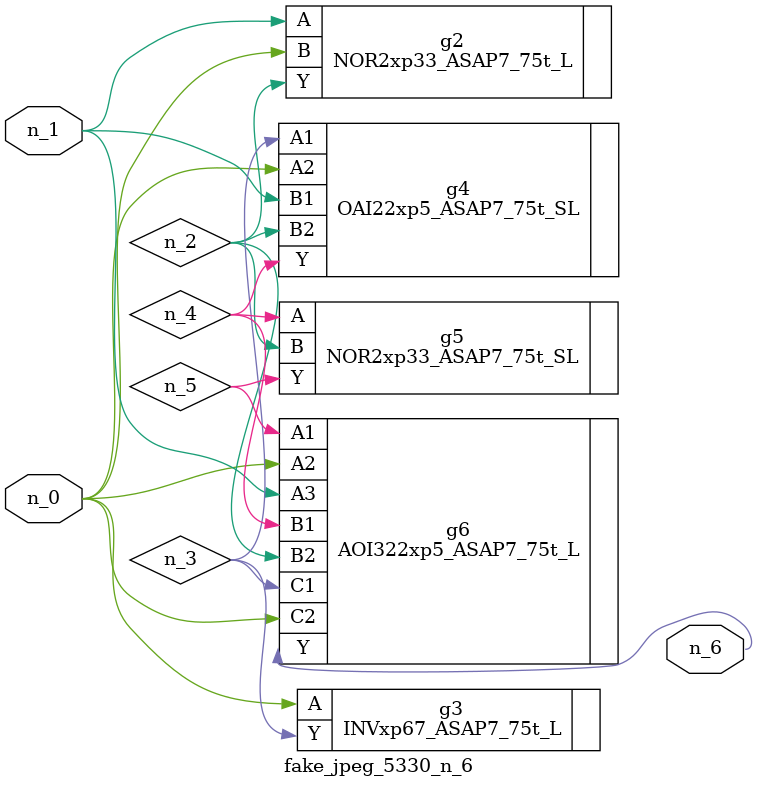
<source format=v>
module fake_jpeg_5330_n_6 (n_0, n_1, n_6);

input n_0;
input n_1;

output n_6;

wire n_2;
wire n_3;
wire n_4;
wire n_5;

NOR2xp33_ASAP7_75t_L g2 ( 
.A(n_1),
.B(n_0),
.Y(n_2)
);

INVxp67_ASAP7_75t_L g3 ( 
.A(n_0),
.Y(n_3)
);

OAI22xp5_ASAP7_75t_SL g4 ( 
.A1(n_3),
.A2(n_0),
.B1(n_1),
.B2(n_2),
.Y(n_4)
);

NOR2xp33_ASAP7_75t_SL g5 ( 
.A(n_4),
.B(n_2),
.Y(n_5)
);

AOI322xp5_ASAP7_75t_L g6 ( 
.A1(n_5),
.A2(n_0),
.A3(n_1),
.B1(n_4),
.B2(n_2),
.C1(n_3),
.C2(n_0),
.Y(n_6)
);


endmodule
</source>
